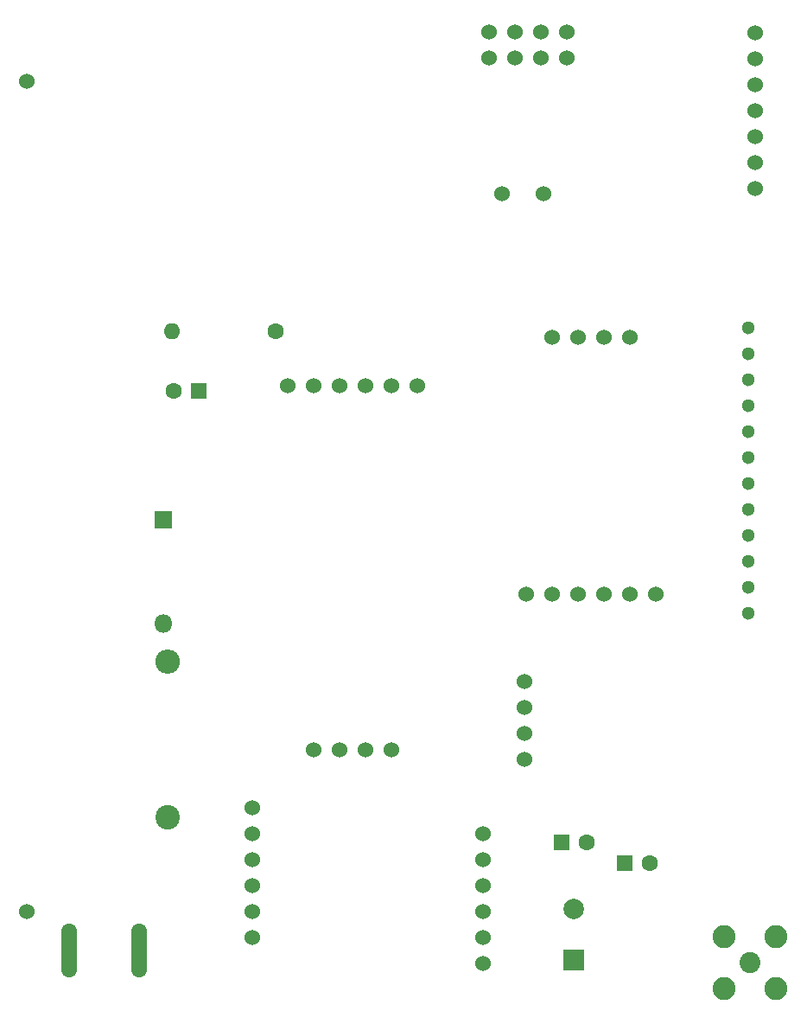
<source format=gbr>
%TF.GenerationSoftware,KiCad,Pcbnew,(6.0.9)*%
%TF.CreationDate,2023-05-03T02:02:48+02:00*%
%TF.ProjectId,esp-merged_v2,6573702d-6d65-4726-9765-645f76322e6b,rev?*%
%TF.SameCoordinates,Original*%
%TF.FileFunction,Soldermask,Bot*%
%TF.FilePolarity,Negative*%
%FSLAX46Y46*%
G04 Gerber Fmt 4.6, Leading zero omitted, Abs format (unit mm)*
G04 Created by KiCad (PCBNEW (6.0.9)) date 2023-05-03 02:02:48*
%MOMM*%
%LPD*%
G01*
G04 APERTURE LIST*
%ADD10C,1.524000*%
%ADD11R,1.800000X1.800000*%
%ADD12O,1.800000X1.800000*%
%ADD13C,2.400000*%
%ADD14O,2.400000X2.400000*%
%ADD15C,1.600000*%
%ADD16O,1.600000X1.600000*%
%ADD17R,1.600000X1.600000*%
%ADD18C,2.050000*%
%ADD19C,2.250000*%
%ADD20O,1.524000X5.332000*%
%ADD21R,2.000000X2.000000*%
%ADD22C,2.000000*%
%ADD23C,1.300000*%
G04 APERTURE END LIST*
D10*
%TO.C,BT1*%
X170535000Y-121754000D03*
X170535000Y-40474000D03*
%TD*%
%TO.C,U2*%
X215235000Y-114085000D03*
X215235000Y-116625000D03*
X215235000Y-119165000D03*
X215235000Y-121705000D03*
X215235000Y-124245000D03*
X215235000Y-126785000D03*
X192575000Y-124245000D03*
X192575000Y-121705000D03*
X192575000Y-119165000D03*
X192575000Y-116625000D03*
X192575000Y-114085000D03*
X192575000Y-111545000D03*
%TD*%
D11*
%TO.C,D1*%
X183900000Y-83420000D03*
D12*
X183900000Y-93580000D03*
%TD*%
D10*
%TO.C,J2*%
X241915000Y-50955000D03*
X241915000Y-48415000D03*
X241915000Y-45875000D03*
X241915000Y-43335000D03*
X241915000Y-40795000D03*
X241915000Y-38255000D03*
X241915000Y-35715000D03*
%TD*%
D13*
%TO.C,F1*%
X184300000Y-112520000D03*
D14*
X184300000Y-97280000D03*
%TD*%
D15*
%TO.C,R1*%
X194880000Y-64900000D03*
D16*
X184720000Y-64900000D03*
%TD*%
D17*
%TO.C,C3*%
X229094888Y-117000000D03*
D15*
X231594888Y-117000000D03*
%TD*%
D18*
%TO.C,AE1*%
X241400000Y-126700000D03*
D19*
X238860000Y-124160000D03*
X243940000Y-129240000D03*
X238860000Y-129240000D03*
X243940000Y-124160000D03*
%TD*%
D17*
%TO.C,C4*%
X222894888Y-114967677D03*
D15*
X225394888Y-114967677D03*
%TD*%
D20*
%TO.C,SW1*%
X174639000Y-125568000D03*
X181497000Y-125568000D03*
%TD*%
D21*
%TO.C,C2*%
X224100000Y-126467677D03*
D22*
X224100000Y-121467677D03*
%TD*%
D23*
%TO.C,J3*%
X241245000Y-92495000D03*
X241245000Y-89955000D03*
X241245000Y-87415000D03*
X241245000Y-84875000D03*
X241245000Y-82335000D03*
X241245000Y-79795000D03*
X241245000Y-77255000D03*
X241245000Y-74715000D03*
X241245000Y-72175000D03*
X241245000Y-69635000D03*
X241245000Y-67095000D03*
X241245000Y-64555000D03*
%TD*%
D10*
%TO.C,S1*%
X219245000Y-106815000D03*
X219245000Y-104275000D03*
X219245000Y-101735000D03*
X219245000Y-99195000D03*
%TD*%
%TO.C,M1*%
X219445000Y-90705000D03*
X221985000Y-90705000D03*
X224525000Y-90705000D03*
X227065000Y-90705000D03*
X229605000Y-90705000D03*
X232145000Y-90705000D03*
X221985000Y-65495000D03*
X224525000Y-65495000D03*
X227065000Y-65495000D03*
X229605000Y-65495000D03*
%TD*%
%TO.C,SW2*%
X221125000Y-51448000D03*
X217061000Y-51448000D03*
%TD*%
%TO.C,U3*%
X196105000Y-70290000D03*
X206265000Y-70290000D03*
X203725000Y-105900000D03*
X198645000Y-70290000D03*
X208805000Y-70290000D03*
X206265000Y-105900000D03*
X203725000Y-70290000D03*
X201185000Y-105900000D03*
X201185000Y-70290000D03*
X198645000Y-105900000D03*
%TD*%
D17*
%TO.C,C1*%
X187405112Y-70800000D03*
D15*
X184905112Y-70800000D03*
%TD*%
D10*
%TO.C,J1*%
X215785000Y-38151000D03*
X218325000Y-38151000D03*
X220865000Y-38151000D03*
X223405000Y-38151000D03*
X215785000Y-35611000D03*
X218325000Y-35611000D03*
X220865000Y-35611000D03*
X223405000Y-35611000D03*
%TD*%
M02*

</source>
